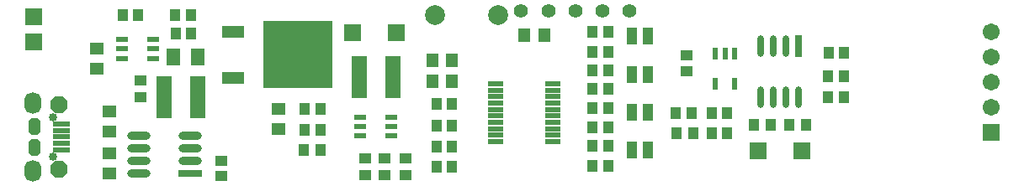
<source format=gts>
%FSLAX25Y25*%
%MOIN*%
G70*
G01*
G75*
G04 Layer_Color=8388736*
%ADD10R,0.05118X0.15748*%
%ADD11R,0.03937X0.03150*%
%ADD12R,0.03150X0.03937*%
%ADD13R,0.01969X0.07874*%
%ADD14O,0.01969X0.07874*%
%ADD15R,0.06299X0.05906*%
%ADD16R,0.01575X0.03937*%
%ADD17R,0.03150X0.02559*%
%ADD18R,0.03937X0.04724*%
%ADD19R,0.04724X0.03937*%
%ADD20R,0.07874X0.04134*%
%ADD21R,0.26772X0.25984*%
%ADD22O,0.08500X0.02362*%
%ADD23R,0.08500X0.02362*%
%ADD24R,0.03937X0.01575*%
%ADD25R,0.04724X0.05906*%
%ADD26C,0.04724*%
%ADD27R,0.05118X0.01260*%
%ADD28R,0.05906X0.01378*%
%ADD29P,0.06392X8X22.5*%
G04:AMPARAMS|DCode=30|XSize=39.37mil|YSize=59.06mil|CornerRadius=0mil|HoleSize=0mil|Usage=FLASHONLY|Rotation=180.000|XOffset=0mil|YOffset=0mil|HoleType=Round|Shape=Octagon|*
%AMOCTAGOND30*
4,1,8,0.00984,-0.02953,-0.00984,-0.02953,-0.01969,-0.01969,-0.01969,0.01969,-0.00984,0.02953,0.00984,0.02953,0.01969,0.01969,0.01969,-0.01969,0.00984,-0.02953,0.0*
%
%ADD30OCTAGOND30*%

%ADD31C,0.01181*%
%ADD32C,0.03937*%
%ADD33C,0.03150*%
%ADD34C,0.01969*%
%ADD35C,0.02362*%
%ADD36C,0.00600*%
%ADD37R,0.04764X0.28031*%
%ADD38R,0.04646X0.26732*%
%ADD39R,0.07356X0.27834*%
%ADD40R,0.05236X0.08032*%
%ADD41R,0.07244X0.06654*%
%ADD42C,0.07087*%
%ADD43R,0.05906X0.05906*%
%ADD44C,0.05906*%
%ADD45R,0.05906X0.05906*%
%ADD46O,0.05906X0.07874*%
%ADD47C,0.02559*%
%ADD48C,0.01969*%
%ADD49C,0.00787*%
%ADD50C,0.00984*%
%ADD51C,0.00472*%
%ADD52C,0.00500*%
%ADD53C,0.00709*%
%ADD54C,0.00591*%
%ADD55C,0.00394*%
%ADD56R,0.05918X0.16548*%
%ADD57R,0.04737X0.03950*%
%ADD58R,0.03950X0.04737*%
%ADD59R,0.02769X0.08674*%
%ADD60O,0.02769X0.08674*%
%ADD61R,0.07099X0.06706*%
%ADD62R,0.02375X0.04737*%
%ADD63R,0.03950X0.03359*%
%ADD64R,0.04737X0.05524*%
%ADD65R,0.05524X0.04737*%
%ADD66R,0.08674X0.04934*%
%ADD67R,0.27572X0.26784*%
%ADD68O,0.09300X0.03162*%
%ADD69R,0.09300X0.03162*%
%ADD70R,0.04737X0.02375*%
%ADD71R,0.05524X0.06706*%
%ADD72C,0.05524*%
%ADD73R,0.05918X0.02060*%
%ADD74R,0.06706X0.02178*%
%ADD75P,0.07258X8X22.5*%
G04:AMPARAMS|DCode=76|XSize=47.37mil|YSize=67.06mil|CornerRadius=0mil|HoleSize=0mil|Usage=FLASHONLY|Rotation=180.000|XOffset=0mil|YOffset=0mil|HoleType=Round|Shape=Octagon|*
%AMOCTAGOND76*
4,1,8,0.01184,-0.03353,-0.01184,-0.03353,-0.02369,-0.02169,-0.02369,0.02169,-0.01184,0.03353,0.01184,0.03353,0.02369,0.02169,0.02369,-0.02169,0.01184,-0.03353,0.0*
%
%ADD76OCTAGOND76*%

%ADD77C,0.07887*%
%ADD78R,0.06706X0.06706*%
%ADD79C,0.06706*%
%ADD80R,0.06706X0.06706*%
%ADD81O,0.06706X0.08674*%
%ADD82C,0.03359*%
D56*
X71819Y36418D02*
D03*
X58434D02*
D03*
X135559Y44497D02*
D03*
X148944D02*
D03*
D57*
X49140Y36533D02*
D03*
Y43227D02*
D03*
X265496Y46758D02*
D03*
Y53057D02*
D03*
X154035Y12076D02*
D03*
Y5383D02*
D03*
X145649Y12076D02*
D03*
Y5383D02*
D03*
X138129D02*
D03*
Y12076D02*
D03*
X81160Y4955D02*
D03*
Y11254D02*
D03*
D58*
X321258Y36306D02*
D03*
X327557D02*
D03*
X327679Y44828D02*
D03*
X321380D02*
D03*
X321530Y54088D02*
D03*
X327829D02*
D03*
X312758Y25499D02*
D03*
X306065D02*
D03*
X298821Y25505D02*
D03*
X292128D02*
D03*
X281510Y22080D02*
D03*
X275210D02*
D03*
Y30090D02*
D03*
X281510D02*
D03*
X261364Y21990D02*
D03*
X268057D02*
D03*
X261140Y30150D02*
D03*
X267440D02*
D03*
X228162Y9138D02*
D03*
X234462D02*
D03*
X228162Y16968D02*
D03*
X234462D02*
D03*
X228162Y24288D02*
D03*
X234462D02*
D03*
X228162Y32188D02*
D03*
X234462D02*
D03*
X228162Y39608D02*
D03*
X234462D02*
D03*
X228162Y47138D02*
D03*
X234462D02*
D03*
X228162Y54558D02*
D03*
X234462D02*
D03*
X228162Y62276D02*
D03*
X234462D02*
D03*
X172511Y24936D02*
D03*
X166212D02*
D03*
Y16696D02*
D03*
X172511D02*
D03*
X166212Y8686D02*
D03*
X172511D02*
D03*
X114008Y31683D02*
D03*
X120307D02*
D03*
X114003Y23458D02*
D03*
X120303D02*
D03*
X113611Y15353D02*
D03*
X120304D02*
D03*
X62880Y61670D02*
D03*
X69180D02*
D03*
X69140Y69164D02*
D03*
X62840D02*
D03*
X41880D02*
D03*
X48180D02*
D03*
X172511Y33829D02*
D03*
X166212D02*
D03*
D59*
X309801Y56796D02*
D03*
D60*
X294801Y36323D02*
D03*
X299801D02*
D03*
X304801D02*
D03*
X309801D02*
D03*
X294801Y56796D02*
D03*
X299801D02*
D03*
X304801D02*
D03*
D61*
X293613Y15235D02*
D03*
X310936D02*
D03*
X150461Y62130D02*
D03*
X133139D02*
D03*
D62*
X284297Y53868D02*
D03*
X276817D02*
D03*
X280557D02*
D03*
X276817Y41663D02*
D03*
X284297D02*
D03*
D63*
X250124Y17148D02*
D03*
X243825D02*
D03*
X250124Y13802D02*
D03*
X243825D02*
D03*
X250124Y32076D02*
D03*
X243825D02*
D03*
X250124Y28729D02*
D03*
X243825D02*
D03*
X250124Y47158D02*
D03*
X243825D02*
D03*
X250124Y43812D02*
D03*
X243825D02*
D03*
X250124Y62398D02*
D03*
X243825D02*
D03*
X250124Y59052D02*
D03*
X243825D02*
D03*
D64*
X201013Y61120D02*
D03*
X208887D02*
D03*
X164523Y51020D02*
D03*
X172397D02*
D03*
X164523Y42700D02*
D03*
X172397D02*
D03*
D65*
X103840Y31627D02*
D03*
Y23753D02*
D03*
X31800Y47747D02*
D03*
Y55621D02*
D03*
X36541Y14111D02*
D03*
Y6237D02*
D03*
X36570Y22877D02*
D03*
Y30751D02*
D03*
D66*
X85605Y44245D02*
D03*
X85605Y62355D02*
D03*
D67*
X111195Y53300D02*
D03*
D68*
X68834Y11250D02*
D03*
Y16250D02*
D03*
Y21250D02*
D03*
X48362Y6250D02*
D03*
Y11250D02*
D03*
Y16250D02*
D03*
Y21250D02*
D03*
D69*
X68834Y6250D02*
D03*
D70*
X54024Y51897D02*
D03*
Y59377D02*
D03*
Y55637D02*
D03*
X41819D02*
D03*
Y59377D02*
D03*
Y51897D02*
D03*
X148222Y21100D02*
D03*
Y28580D02*
D03*
Y24840D02*
D03*
X136018D02*
D03*
Y28580D02*
D03*
Y21100D02*
D03*
D71*
X62146Y52420D02*
D03*
X71594D02*
D03*
D72*
X242666Y70689D02*
D03*
X231951D02*
D03*
X221236D02*
D03*
X210521D02*
D03*
X199806D02*
D03*
D73*
X212459Y18724D02*
D03*
Y21283D02*
D03*
Y23842D02*
D03*
Y26401D02*
D03*
Y28960D02*
D03*
Y31519D02*
D03*
Y34079D02*
D03*
Y36638D02*
D03*
Y39197D02*
D03*
X189821Y18724D02*
D03*
Y21283D02*
D03*
Y23842D02*
D03*
Y26401D02*
D03*
Y28960D02*
D03*
Y31519D02*
D03*
Y34079D02*
D03*
Y36638D02*
D03*
Y39197D02*
D03*
X212459Y41756D02*
D03*
X189821D02*
D03*
D74*
X17769Y25776D02*
D03*
Y15540D02*
D03*
Y18099D02*
D03*
Y23217D02*
D03*
Y20658D02*
D03*
D75*
X16567Y33355D02*
D03*
Y7765D02*
D03*
D76*
X7119Y16426D02*
D03*
Y24694D02*
D03*
D77*
X165760Y69040D02*
D03*
X190563D02*
D03*
D78*
X6830Y58590D02*
D03*
Y68590D02*
D03*
D79*
X386160Y62340D02*
D03*
Y32340D02*
D03*
Y42340D02*
D03*
Y52340D02*
D03*
D80*
Y22340D02*
D03*
D81*
X6371Y34237D02*
D03*
X6449Y7198D02*
D03*
D82*
X14488Y28583D02*
D03*
Y12795D02*
D03*
M02*

</source>
